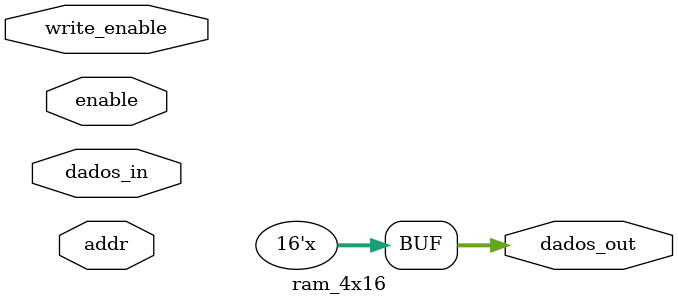
<source format=v>

module ram_4x16 (
    input wire [15:0] dados_in,
    input wire enable,
    input wire write_enable,
    input wire [1:0] addr,          // Endereço: 00, 01, 10, 11
    output reg [15:0] dados_out
);
    reg [7:0] ram0[3:0]; // Primeira RAM 4x8
    reg [7:0] ram1[3:0]; // Segunda RAM 4x8

    always @(*) begin
        if (enable) begin
            if (write_enable) begin
                ram0[addr] <= dados_in[7:0]; // Escreve os 8 bits menos significativos
                ram1[addr] <= dados_in[15:8]; // Escreve os 8 bits mais significativos
            end else begin
                dados_out <= {ram1[addr], ram0[addr]}; // Lê os dados e concatena
            end
        end
    end
endmodule

</source>
